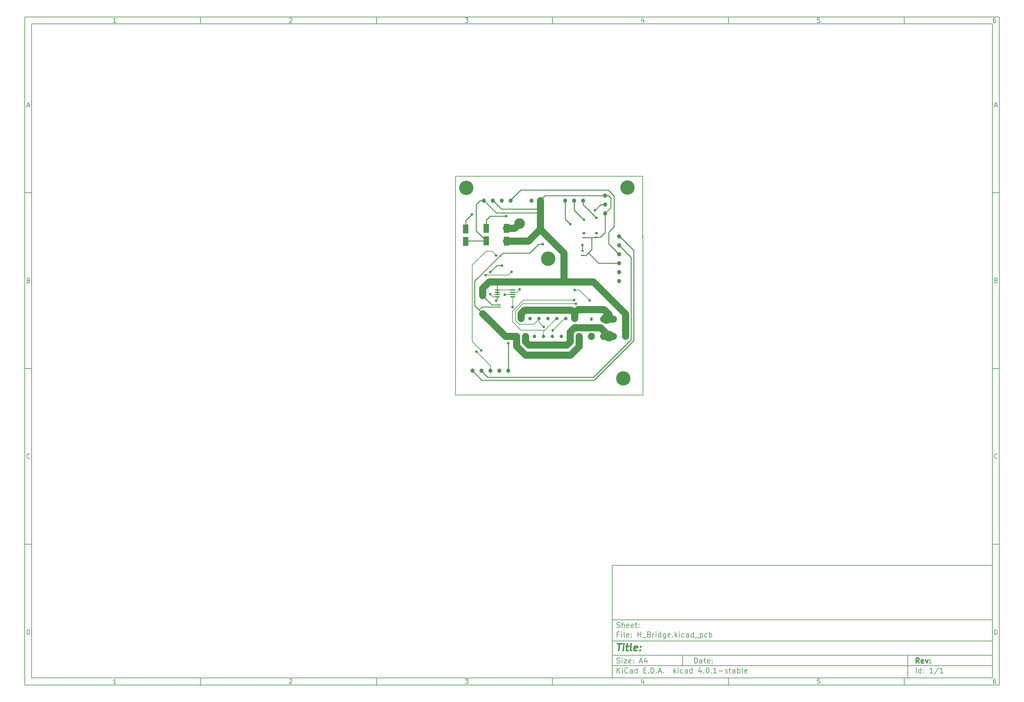
<source format=gbr>
G04 #@! TF.FileFunction,Copper,L1,Top,Signal*
%FSLAX46Y46*%
G04 Gerber Fmt 4.6, Leading zero omitted, Abs format (unit mm)*
G04 Created by KiCad (PCBNEW 4.0.1-stable) date 2/4/2016 7:17:40 PM*
%MOMM*%
G01*
G04 APERTURE LIST*
%ADD10C,0.100000*%
%ADD11C,0.150000*%
%ADD12C,0.300000*%
%ADD13C,0.400000*%
%ADD14C,4.064000*%
%ADD15R,1.600000X2.600000*%
%ADD16R,0.850000X0.450000*%
%ADD17R,0.650000X0.970000*%
%ADD18R,0.600000X0.370000*%
%ADD19C,1.200000*%
%ADD20C,1.900000*%
%ADD21C,1.000000*%
%ADD22R,1.450000X0.400000*%
%ADD23R,1.450000X0.350000*%
%ADD24C,4.100000*%
%ADD25C,0.762000*%
%ADD26C,3.000000*%
%ADD27C,0.250000*%
%ADD28C,2.000000*%
%ADD29C,0.203200*%
G04 APERTURE END LIST*
D10*
D11*
X177002200Y-166007200D02*
X177002200Y-198007200D01*
X285002200Y-198007200D01*
X285002200Y-166007200D01*
X177002200Y-166007200D01*
D10*
D11*
X10000000Y-10000000D02*
X10000000Y-200007200D01*
X287002200Y-200007200D01*
X287002200Y-10000000D01*
X10000000Y-10000000D01*
D10*
D11*
X12000000Y-12000000D02*
X12000000Y-198007200D01*
X285002200Y-198007200D01*
X285002200Y-12000000D01*
X12000000Y-12000000D01*
D10*
D11*
X60000000Y-12000000D02*
X60000000Y-10000000D01*
D10*
D11*
X110000000Y-12000000D02*
X110000000Y-10000000D01*
D10*
D11*
X160000000Y-12000000D02*
X160000000Y-10000000D01*
D10*
D11*
X210000000Y-12000000D02*
X210000000Y-10000000D01*
D10*
D11*
X260000000Y-12000000D02*
X260000000Y-10000000D01*
D10*
D11*
X35990476Y-11588095D02*
X35247619Y-11588095D01*
X35619048Y-11588095D02*
X35619048Y-10288095D01*
X35495238Y-10473810D01*
X35371429Y-10597619D01*
X35247619Y-10659524D01*
D10*
D11*
X85247619Y-10411905D02*
X85309524Y-10350000D01*
X85433333Y-10288095D01*
X85742857Y-10288095D01*
X85866667Y-10350000D01*
X85928571Y-10411905D01*
X85990476Y-10535714D01*
X85990476Y-10659524D01*
X85928571Y-10845238D01*
X85185714Y-11588095D01*
X85990476Y-11588095D01*
D10*
D11*
X135185714Y-10288095D02*
X135990476Y-10288095D01*
X135557143Y-10783333D01*
X135742857Y-10783333D01*
X135866667Y-10845238D01*
X135928571Y-10907143D01*
X135990476Y-11030952D01*
X135990476Y-11340476D01*
X135928571Y-11464286D01*
X135866667Y-11526190D01*
X135742857Y-11588095D01*
X135371429Y-11588095D01*
X135247619Y-11526190D01*
X135185714Y-11464286D01*
D10*
D11*
X185866667Y-10721429D02*
X185866667Y-11588095D01*
X185557143Y-10226190D02*
X185247619Y-11154762D01*
X186052381Y-11154762D01*
D10*
D11*
X235928571Y-10288095D02*
X235309524Y-10288095D01*
X235247619Y-10907143D01*
X235309524Y-10845238D01*
X235433333Y-10783333D01*
X235742857Y-10783333D01*
X235866667Y-10845238D01*
X235928571Y-10907143D01*
X235990476Y-11030952D01*
X235990476Y-11340476D01*
X235928571Y-11464286D01*
X235866667Y-11526190D01*
X235742857Y-11588095D01*
X235433333Y-11588095D01*
X235309524Y-11526190D01*
X235247619Y-11464286D01*
D10*
D11*
X285866667Y-10288095D02*
X285619048Y-10288095D01*
X285495238Y-10350000D01*
X285433333Y-10411905D01*
X285309524Y-10597619D01*
X285247619Y-10845238D01*
X285247619Y-11340476D01*
X285309524Y-11464286D01*
X285371429Y-11526190D01*
X285495238Y-11588095D01*
X285742857Y-11588095D01*
X285866667Y-11526190D01*
X285928571Y-11464286D01*
X285990476Y-11340476D01*
X285990476Y-11030952D01*
X285928571Y-10907143D01*
X285866667Y-10845238D01*
X285742857Y-10783333D01*
X285495238Y-10783333D01*
X285371429Y-10845238D01*
X285309524Y-10907143D01*
X285247619Y-11030952D01*
D10*
D11*
X60000000Y-198007200D02*
X60000000Y-200007200D01*
D10*
D11*
X110000000Y-198007200D02*
X110000000Y-200007200D01*
D10*
D11*
X160000000Y-198007200D02*
X160000000Y-200007200D01*
D10*
D11*
X210000000Y-198007200D02*
X210000000Y-200007200D01*
D10*
D11*
X260000000Y-198007200D02*
X260000000Y-200007200D01*
D10*
D11*
X35990476Y-199595295D02*
X35247619Y-199595295D01*
X35619048Y-199595295D02*
X35619048Y-198295295D01*
X35495238Y-198481010D01*
X35371429Y-198604819D01*
X35247619Y-198666724D01*
D10*
D11*
X85247619Y-198419105D02*
X85309524Y-198357200D01*
X85433333Y-198295295D01*
X85742857Y-198295295D01*
X85866667Y-198357200D01*
X85928571Y-198419105D01*
X85990476Y-198542914D01*
X85990476Y-198666724D01*
X85928571Y-198852438D01*
X85185714Y-199595295D01*
X85990476Y-199595295D01*
D10*
D11*
X135185714Y-198295295D02*
X135990476Y-198295295D01*
X135557143Y-198790533D01*
X135742857Y-198790533D01*
X135866667Y-198852438D01*
X135928571Y-198914343D01*
X135990476Y-199038152D01*
X135990476Y-199347676D01*
X135928571Y-199471486D01*
X135866667Y-199533390D01*
X135742857Y-199595295D01*
X135371429Y-199595295D01*
X135247619Y-199533390D01*
X135185714Y-199471486D01*
D10*
D11*
X185866667Y-198728629D02*
X185866667Y-199595295D01*
X185557143Y-198233390D02*
X185247619Y-199161962D01*
X186052381Y-199161962D01*
D10*
D11*
X235928571Y-198295295D02*
X235309524Y-198295295D01*
X235247619Y-198914343D01*
X235309524Y-198852438D01*
X235433333Y-198790533D01*
X235742857Y-198790533D01*
X235866667Y-198852438D01*
X235928571Y-198914343D01*
X235990476Y-199038152D01*
X235990476Y-199347676D01*
X235928571Y-199471486D01*
X235866667Y-199533390D01*
X235742857Y-199595295D01*
X235433333Y-199595295D01*
X235309524Y-199533390D01*
X235247619Y-199471486D01*
D10*
D11*
X285866667Y-198295295D02*
X285619048Y-198295295D01*
X285495238Y-198357200D01*
X285433333Y-198419105D01*
X285309524Y-198604819D01*
X285247619Y-198852438D01*
X285247619Y-199347676D01*
X285309524Y-199471486D01*
X285371429Y-199533390D01*
X285495238Y-199595295D01*
X285742857Y-199595295D01*
X285866667Y-199533390D01*
X285928571Y-199471486D01*
X285990476Y-199347676D01*
X285990476Y-199038152D01*
X285928571Y-198914343D01*
X285866667Y-198852438D01*
X285742857Y-198790533D01*
X285495238Y-198790533D01*
X285371429Y-198852438D01*
X285309524Y-198914343D01*
X285247619Y-199038152D01*
D10*
D11*
X10000000Y-60000000D02*
X12000000Y-60000000D01*
D10*
D11*
X10000000Y-110000000D02*
X12000000Y-110000000D01*
D10*
D11*
X10000000Y-160000000D02*
X12000000Y-160000000D01*
D10*
D11*
X10690476Y-35216667D02*
X11309524Y-35216667D01*
X10566667Y-35588095D02*
X11000000Y-34288095D01*
X11433333Y-35588095D01*
D10*
D11*
X11092857Y-84907143D02*
X11278571Y-84969048D01*
X11340476Y-85030952D01*
X11402381Y-85154762D01*
X11402381Y-85340476D01*
X11340476Y-85464286D01*
X11278571Y-85526190D01*
X11154762Y-85588095D01*
X10659524Y-85588095D01*
X10659524Y-84288095D01*
X11092857Y-84288095D01*
X11216667Y-84350000D01*
X11278571Y-84411905D01*
X11340476Y-84535714D01*
X11340476Y-84659524D01*
X11278571Y-84783333D01*
X11216667Y-84845238D01*
X11092857Y-84907143D01*
X10659524Y-84907143D01*
D10*
D11*
X11402381Y-135464286D02*
X11340476Y-135526190D01*
X11154762Y-135588095D01*
X11030952Y-135588095D01*
X10845238Y-135526190D01*
X10721429Y-135402381D01*
X10659524Y-135278571D01*
X10597619Y-135030952D01*
X10597619Y-134845238D01*
X10659524Y-134597619D01*
X10721429Y-134473810D01*
X10845238Y-134350000D01*
X11030952Y-134288095D01*
X11154762Y-134288095D01*
X11340476Y-134350000D01*
X11402381Y-134411905D01*
D10*
D11*
X10659524Y-185588095D02*
X10659524Y-184288095D01*
X10969048Y-184288095D01*
X11154762Y-184350000D01*
X11278571Y-184473810D01*
X11340476Y-184597619D01*
X11402381Y-184845238D01*
X11402381Y-185030952D01*
X11340476Y-185278571D01*
X11278571Y-185402381D01*
X11154762Y-185526190D01*
X10969048Y-185588095D01*
X10659524Y-185588095D01*
D10*
D11*
X287002200Y-60000000D02*
X285002200Y-60000000D01*
D10*
D11*
X287002200Y-110000000D02*
X285002200Y-110000000D01*
D10*
D11*
X287002200Y-160000000D02*
X285002200Y-160000000D01*
D10*
D11*
X285692676Y-35216667D02*
X286311724Y-35216667D01*
X285568867Y-35588095D02*
X286002200Y-34288095D01*
X286435533Y-35588095D01*
D10*
D11*
X286095057Y-84907143D02*
X286280771Y-84969048D01*
X286342676Y-85030952D01*
X286404581Y-85154762D01*
X286404581Y-85340476D01*
X286342676Y-85464286D01*
X286280771Y-85526190D01*
X286156962Y-85588095D01*
X285661724Y-85588095D01*
X285661724Y-84288095D01*
X286095057Y-84288095D01*
X286218867Y-84350000D01*
X286280771Y-84411905D01*
X286342676Y-84535714D01*
X286342676Y-84659524D01*
X286280771Y-84783333D01*
X286218867Y-84845238D01*
X286095057Y-84907143D01*
X285661724Y-84907143D01*
D10*
D11*
X286404581Y-135464286D02*
X286342676Y-135526190D01*
X286156962Y-135588095D01*
X286033152Y-135588095D01*
X285847438Y-135526190D01*
X285723629Y-135402381D01*
X285661724Y-135278571D01*
X285599819Y-135030952D01*
X285599819Y-134845238D01*
X285661724Y-134597619D01*
X285723629Y-134473810D01*
X285847438Y-134350000D01*
X286033152Y-134288095D01*
X286156962Y-134288095D01*
X286342676Y-134350000D01*
X286404581Y-134411905D01*
D10*
D11*
X285661724Y-185588095D02*
X285661724Y-184288095D01*
X285971248Y-184288095D01*
X286156962Y-184350000D01*
X286280771Y-184473810D01*
X286342676Y-184597619D01*
X286404581Y-184845238D01*
X286404581Y-185030952D01*
X286342676Y-185278571D01*
X286280771Y-185402381D01*
X286156962Y-185526190D01*
X285971248Y-185588095D01*
X285661724Y-185588095D01*
D10*
D11*
X200359343Y-193785771D02*
X200359343Y-192285771D01*
X200716486Y-192285771D01*
X200930771Y-192357200D01*
X201073629Y-192500057D01*
X201145057Y-192642914D01*
X201216486Y-192928629D01*
X201216486Y-193142914D01*
X201145057Y-193428629D01*
X201073629Y-193571486D01*
X200930771Y-193714343D01*
X200716486Y-193785771D01*
X200359343Y-193785771D01*
X202502200Y-193785771D02*
X202502200Y-193000057D01*
X202430771Y-192857200D01*
X202287914Y-192785771D01*
X202002200Y-192785771D01*
X201859343Y-192857200D01*
X202502200Y-193714343D02*
X202359343Y-193785771D01*
X202002200Y-193785771D01*
X201859343Y-193714343D01*
X201787914Y-193571486D01*
X201787914Y-193428629D01*
X201859343Y-193285771D01*
X202002200Y-193214343D01*
X202359343Y-193214343D01*
X202502200Y-193142914D01*
X203002200Y-192785771D02*
X203573629Y-192785771D01*
X203216486Y-192285771D02*
X203216486Y-193571486D01*
X203287914Y-193714343D01*
X203430772Y-193785771D01*
X203573629Y-193785771D01*
X204645057Y-193714343D02*
X204502200Y-193785771D01*
X204216486Y-193785771D01*
X204073629Y-193714343D01*
X204002200Y-193571486D01*
X204002200Y-193000057D01*
X204073629Y-192857200D01*
X204216486Y-192785771D01*
X204502200Y-192785771D01*
X204645057Y-192857200D01*
X204716486Y-193000057D01*
X204716486Y-193142914D01*
X204002200Y-193285771D01*
X205359343Y-193642914D02*
X205430771Y-193714343D01*
X205359343Y-193785771D01*
X205287914Y-193714343D01*
X205359343Y-193642914D01*
X205359343Y-193785771D01*
X205359343Y-192857200D02*
X205430771Y-192928629D01*
X205359343Y-193000057D01*
X205287914Y-192928629D01*
X205359343Y-192857200D01*
X205359343Y-193000057D01*
D10*
D11*
X177002200Y-194507200D02*
X285002200Y-194507200D01*
D10*
D11*
X178359343Y-196585771D02*
X178359343Y-195085771D01*
X179216486Y-196585771D02*
X178573629Y-195728629D01*
X179216486Y-195085771D02*
X178359343Y-195942914D01*
X179859343Y-196585771D02*
X179859343Y-195585771D01*
X179859343Y-195085771D02*
X179787914Y-195157200D01*
X179859343Y-195228629D01*
X179930771Y-195157200D01*
X179859343Y-195085771D01*
X179859343Y-195228629D01*
X181430772Y-196442914D02*
X181359343Y-196514343D01*
X181145057Y-196585771D01*
X181002200Y-196585771D01*
X180787915Y-196514343D01*
X180645057Y-196371486D01*
X180573629Y-196228629D01*
X180502200Y-195942914D01*
X180502200Y-195728629D01*
X180573629Y-195442914D01*
X180645057Y-195300057D01*
X180787915Y-195157200D01*
X181002200Y-195085771D01*
X181145057Y-195085771D01*
X181359343Y-195157200D01*
X181430772Y-195228629D01*
X182716486Y-196585771D02*
X182716486Y-195800057D01*
X182645057Y-195657200D01*
X182502200Y-195585771D01*
X182216486Y-195585771D01*
X182073629Y-195657200D01*
X182716486Y-196514343D02*
X182573629Y-196585771D01*
X182216486Y-196585771D01*
X182073629Y-196514343D01*
X182002200Y-196371486D01*
X182002200Y-196228629D01*
X182073629Y-196085771D01*
X182216486Y-196014343D01*
X182573629Y-196014343D01*
X182716486Y-195942914D01*
X184073629Y-196585771D02*
X184073629Y-195085771D01*
X184073629Y-196514343D02*
X183930772Y-196585771D01*
X183645058Y-196585771D01*
X183502200Y-196514343D01*
X183430772Y-196442914D01*
X183359343Y-196300057D01*
X183359343Y-195871486D01*
X183430772Y-195728629D01*
X183502200Y-195657200D01*
X183645058Y-195585771D01*
X183930772Y-195585771D01*
X184073629Y-195657200D01*
X185930772Y-195800057D02*
X186430772Y-195800057D01*
X186645058Y-196585771D02*
X185930772Y-196585771D01*
X185930772Y-195085771D01*
X186645058Y-195085771D01*
X187287915Y-196442914D02*
X187359343Y-196514343D01*
X187287915Y-196585771D01*
X187216486Y-196514343D01*
X187287915Y-196442914D01*
X187287915Y-196585771D01*
X188002201Y-196585771D02*
X188002201Y-195085771D01*
X188359344Y-195085771D01*
X188573629Y-195157200D01*
X188716487Y-195300057D01*
X188787915Y-195442914D01*
X188859344Y-195728629D01*
X188859344Y-195942914D01*
X188787915Y-196228629D01*
X188716487Y-196371486D01*
X188573629Y-196514343D01*
X188359344Y-196585771D01*
X188002201Y-196585771D01*
X189502201Y-196442914D02*
X189573629Y-196514343D01*
X189502201Y-196585771D01*
X189430772Y-196514343D01*
X189502201Y-196442914D01*
X189502201Y-196585771D01*
X190145058Y-196157200D02*
X190859344Y-196157200D01*
X190002201Y-196585771D02*
X190502201Y-195085771D01*
X191002201Y-196585771D01*
X191502201Y-196442914D02*
X191573629Y-196514343D01*
X191502201Y-196585771D01*
X191430772Y-196514343D01*
X191502201Y-196442914D01*
X191502201Y-196585771D01*
X194502201Y-196585771D02*
X194502201Y-195085771D01*
X194645058Y-196014343D02*
X195073629Y-196585771D01*
X195073629Y-195585771D02*
X194502201Y-196157200D01*
X195716487Y-196585771D02*
X195716487Y-195585771D01*
X195716487Y-195085771D02*
X195645058Y-195157200D01*
X195716487Y-195228629D01*
X195787915Y-195157200D01*
X195716487Y-195085771D01*
X195716487Y-195228629D01*
X197073630Y-196514343D02*
X196930773Y-196585771D01*
X196645059Y-196585771D01*
X196502201Y-196514343D01*
X196430773Y-196442914D01*
X196359344Y-196300057D01*
X196359344Y-195871486D01*
X196430773Y-195728629D01*
X196502201Y-195657200D01*
X196645059Y-195585771D01*
X196930773Y-195585771D01*
X197073630Y-195657200D01*
X198359344Y-196585771D02*
X198359344Y-195800057D01*
X198287915Y-195657200D01*
X198145058Y-195585771D01*
X197859344Y-195585771D01*
X197716487Y-195657200D01*
X198359344Y-196514343D02*
X198216487Y-196585771D01*
X197859344Y-196585771D01*
X197716487Y-196514343D01*
X197645058Y-196371486D01*
X197645058Y-196228629D01*
X197716487Y-196085771D01*
X197859344Y-196014343D01*
X198216487Y-196014343D01*
X198359344Y-195942914D01*
X199716487Y-196585771D02*
X199716487Y-195085771D01*
X199716487Y-196514343D02*
X199573630Y-196585771D01*
X199287916Y-196585771D01*
X199145058Y-196514343D01*
X199073630Y-196442914D01*
X199002201Y-196300057D01*
X199002201Y-195871486D01*
X199073630Y-195728629D01*
X199145058Y-195657200D01*
X199287916Y-195585771D01*
X199573630Y-195585771D01*
X199716487Y-195657200D01*
X202216487Y-195585771D02*
X202216487Y-196585771D01*
X201859344Y-195014343D02*
X201502201Y-196085771D01*
X202430773Y-196085771D01*
X203002201Y-196442914D02*
X203073629Y-196514343D01*
X203002201Y-196585771D01*
X202930772Y-196514343D01*
X203002201Y-196442914D01*
X203002201Y-196585771D01*
X204002201Y-195085771D02*
X204145058Y-195085771D01*
X204287915Y-195157200D01*
X204359344Y-195228629D01*
X204430773Y-195371486D01*
X204502201Y-195657200D01*
X204502201Y-196014343D01*
X204430773Y-196300057D01*
X204359344Y-196442914D01*
X204287915Y-196514343D01*
X204145058Y-196585771D01*
X204002201Y-196585771D01*
X203859344Y-196514343D01*
X203787915Y-196442914D01*
X203716487Y-196300057D01*
X203645058Y-196014343D01*
X203645058Y-195657200D01*
X203716487Y-195371486D01*
X203787915Y-195228629D01*
X203859344Y-195157200D01*
X204002201Y-195085771D01*
X205145058Y-196442914D02*
X205216486Y-196514343D01*
X205145058Y-196585771D01*
X205073629Y-196514343D01*
X205145058Y-196442914D01*
X205145058Y-196585771D01*
X206645058Y-196585771D02*
X205787915Y-196585771D01*
X206216487Y-196585771D02*
X206216487Y-195085771D01*
X206073630Y-195300057D01*
X205930772Y-195442914D01*
X205787915Y-195514343D01*
X207287915Y-196014343D02*
X208430772Y-196014343D01*
X209073629Y-196514343D02*
X209216486Y-196585771D01*
X209502201Y-196585771D01*
X209645058Y-196514343D01*
X209716486Y-196371486D01*
X209716486Y-196300057D01*
X209645058Y-196157200D01*
X209502201Y-196085771D01*
X209287915Y-196085771D01*
X209145058Y-196014343D01*
X209073629Y-195871486D01*
X209073629Y-195800057D01*
X209145058Y-195657200D01*
X209287915Y-195585771D01*
X209502201Y-195585771D01*
X209645058Y-195657200D01*
X210145058Y-195585771D02*
X210716487Y-195585771D01*
X210359344Y-195085771D02*
X210359344Y-196371486D01*
X210430772Y-196514343D01*
X210573630Y-196585771D01*
X210716487Y-196585771D01*
X211859344Y-196585771D02*
X211859344Y-195800057D01*
X211787915Y-195657200D01*
X211645058Y-195585771D01*
X211359344Y-195585771D01*
X211216487Y-195657200D01*
X211859344Y-196514343D02*
X211716487Y-196585771D01*
X211359344Y-196585771D01*
X211216487Y-196514343D01*
X211145058Y-196371486D01*
X211145058Y-196228629D01*
X211216487Y-196085771D01*
X211359344Y-196014343D01*
X211716487Y-196014343D01*
X211859344Y-195942914D01*
X212573630Y-196585771D02*
X212573630Y-195085771D01*
X212573630Y-195657200D02*
X212716487Y-195585771D01*
X213002201Y-195585771D01*
X213145058Y-195657200D01*
X213216487Y-195728629D01*
X213287916Y-195871486D01*
X213287916Y-196300057D01*
X213216487Y-196442914D01*
X213145058Y-196514343D01*
X213002201Y-196585771D01*
X212716487Y-196585771D01*
X212573630Y-196514343D01*
X214145059Y-196585771D02*
X214002201Y-196514343D01*
X213930773Y-196371486D01*
X213930773Y-195085771D01*
X215287915Y-196514343D02*
X215145058Y-196585771D01*
X214859344Y-196585771D01*
X214716487Y-196514343D01*
X214645058Y-196371486D01*
X214645058Y-195800057D01*
X214716487Y-195657200D01*
X214859344Y-195585771D01*
X215145058Y-195585771D01*
X215287915Y-195657200D01*
X215359344Y-195800057D01*
X215359344Y-195942914D01*
X214645058Y-196085771D01*
D10*
D11*
X177002200Y-191507200D02*
X285002200Y-191507200D01*
D10*
D12*
X264216486Y-193785771D02*
X263716486Y-193071486D01*
X263359343Y-193785771D02*
X263359343Y-192285771D01*
X263930771Y-192285771D01*
X264073629Y-192357200D01*
X264145057Y-192428629D01*
X264216486Y-192571486D01*
X264216486Y-192785771D01*
X264145057Y-192928629D01*
X264073629Y-193000057D01*
X263930771Y-193071486D01*
X263359343Y-193071486D01*
X265430771Y-193714343D02*
X265287914Y-193785771D01*
X265002200Y-193785771D01*
X264859343Y-193714343D01*
X264787914Y-193571486D01*
X264787914Y-193000057D01*
X264859343Y-192857200D01*
X265002200Y-192785771D01*
X265287914Y-192785771D01*
X265430771Y-192857200D01*
X265502200Y-193000057D01*
X265502200Y-193142914D01*
X264787914Y-193285771D01*
X266002200Y-192785771D02*
X266359343Y-193785771D01*
X266716485Y-192785771D01*
X267287914Y-193642914D02*
X267359342Y-193714343D01*
X267287914Y-193785771D01*
X267216485Y-193714343D01*
X267287914Y-193642914D01*
X267287914Y-193785771D01*
X267287914Y-192857200D02*
X267359342Y-192928629D01*
X267287914Y-193000057D01*
X267216485Y-192928629D01*
X267287914Y-192857200D01*
X267287914Y-193000057D01*
D10*
D11*
X178287914Y-193714343D02*
X178502200Y-193785771D01*
X178859343Y-193785771D01*
X179002200Y-193714343D01*
X179073629Y-193642914D01*
X179145057Y-193500057D01*
X179145057Y-193357200D01*
X179073629Y-193214343D01*
X179002200Y-193142914D01*
X178859343Y-193071486D01*
X178573629Y-193000057D01*
X178430771Y-192928629D01*
X178359343Y-192857200D01*
X178287914Y-192714343D01*
X178287914Y-192571486D01*
X178359343Y-192428629D01*
X178430771Y-192357200D01*
X178573629Y-192285771D01*
X178930771Y-192285771D01*
X179145057Y-192357200D01*
X179787914Y-193785771D02*
X179787914Y-192785771D01*
X179787914Y-192285771D02*
X179716485Y-192357200D01*
X179787914Y-192428629D01*
X179859342Y-192357200D01*
X179787914Y-192285771D01*
X179787914Y-192428629D01*
X180359343Y-192785771D02*
X181145057Y-192785771D01*
X180359343Y-193785771D01*
X181145057Y-193785771D01*
X182287914Y-193714343D02*
X182145057Y-193785771D01*
X181859343Y-193785771D01*
X181716486Y-193714343D01*
X181645057Y-193571486D01*
X181645057Y-193000057D01*
X181716486Y-192857200D01*
X181859343Y-192785771D01*
X182145057Y-192785771D01*
X182287914Y-192857200D01*
X182359343Y-193000057D01*
X182359343Y-193142914D01*
X181645057Y-193285771D01*
X183002200Y-193642914D02*
X183073628Y-193714343D01*
X183002200Y-193785771D01*
X182930771Y-193714343D01*
X183002200Y-193642914D01*
X183002200Y-193785771D01*
X183002200Y-192857200D02*
X183073628Y-192928629D01*
X183002200Y-193000057D01*
X182930771Y-192928629D01*
X183002200Y-192857200D01*
X183002200Y-193000057D01*
X184787914Y-193357200D02*
X185502200Y-193357200D01*
X184645057Y-193785771D02*
X185145057Y-192285771D01*
X185645057Y-193785771D01*
X186787914Y-192785771D02*
X186787914Y-193785771D01*
X186430771Y-192214343D02*
X186073628Y-193285771D01*
X187002200Y-193285771D01*
D10*
D11*
X263359343Y-196585771D02*
X263359343Y-195085771D01*
X264716486Y-196585771D02*
X264716486Y-195085771D01*
X264716486Y-196514343D02*
X264573629Y-196585771D01*
X264287915Y-196585771D01*
X264145057Y-196514343D01*
X264073629Y-196442914D01*
X264002200Y-196300057D01*
X264002200Y-195871486D01*
X264073629Y-195728629D01*
X264145057Y-195657200D01*
X264287915Y-195585771D01*
X264573629Y-195585771D01*
X264716486Y-195657200D01*
X265430772Y-196442914D02*
X265502200Y-196514343D01*
X265430772Y-196585771D01*
X265359343Y-196514343D01*
X265430772Y-196442914D01*
X265430772Y-196585771D01*
X265430772Y-195657200D02*
X265502200Y-195728629D01*
X265430772Y-195800057D01*
X265359343Y-195728629D01*
X265430772Y-195657200D01*
X265430772Y-195800057D01*
X268073629Y-196585771D02*
X267216486Y-196585771D01*
X267645058Y-196585771D02*
X267645058Y-195085771D01*
X267502201Y-195300057D01*
X267359343Y-195442914D01*
X267216486Y-195514343D01*
X269787914Y-195014343D02*
X268502200Y-196942914D01*
X271073629Y-196585771D02*
X270216486Y-196585771D01*
X270645058Y-196585771D02*
X270645058Y-195085771D01*
X270502201Y-195300057D01*
X270359343Y-195442914D01*
X270216486Y-195514343D01*
D10*
D11*
X177002200Y-187507200D02*
X285002200Y-187507200D01*
D10*
D13*
X178454581Y-188211962D02*
X179597438Y-188211962D01*
X178776010Y-190211962D02*
X179026010Y-188211962D01*
X180014105Y-190211962D02*
X180180771Y-188878629D01*
X180264105Y-188211962D02*
X180156962Y-188307200D01*
X180240295Y-188402438D01*
X180347439Y-188307200D01*
X180264105Y-188211962D01*
X180240295Y-188402438D01*
X180847438Y-188878629D02*
X181609343Y-188878629D01*
X181216486Y-188211962D02*
X181002200Y-189926248D01*
X181073630Y-190116724D01*
X181252201Y-190211962D01*
X181442677Y-190211962D01*
X182395058Y-190211962D02*
X182216487Y-190116724D01*
X182145057Y-189926248D01*
X182359343Y-188211962D01*
X183930772Y-190116724D02*
X183728391Y-190211962D01*
X183347439Y-190211962D01*
X183168867Y-190116724D01*
X183097438Y-189926248D01*
X183192676Y-189164343D01*
X183311724Y-188973867D01*
X183514105Y-188878629D01*
X183895057Y-188878629D01*
X184073629Y-188973867D01*
X184145057Y-189164343D01*
X184121248Y-189354819D01*
X183145057Y-189545295D01*
X184895057Y-190021486D02*
X184978392Y-190116724D01*
X184871248Y-190211962D01*
X184787915Y-190116724D01*
X184895057Y-190021486D01*
X184871248Y-190211962D01*
X185026010Y-188973867D02*
X185109344Y-189069105D01*
X185002200Y-189164343D01*
X184918867Y-189069105D01*
X185026010Y-188973867D01*
X185002200Y-189164343D01*
D10*
D11*
X178859343Y-185600057D02*
X178359343Y-185600057D01*
X178359343Y-186385771D02*
X178359343Y-184885771D01*
X179073629Y-184885771D01*
X179645057Y-186385771D02*
X179645057Y-185385771D01*
X179645057Y-184885771D02*
X179573628Y-184957200D01*
X179645057Y-185028629D01*
X179716485Y-184957200D01*
X179645057Y-184885771D01*
X179645057Y-185028629D01*
X180573629Y-186385771D02*
X180430771Y-186314343D01*
X180359343Y-186171486D01*
X180359343Y-184885771D01*
X181716485Y-186314343D02*
X181573628Y-186385771D01*
X181287914Y-186385771D01*
X181145057Y-186314343D01*
X181073628Y-186171486D01*
X181073628Y-185600057D01*
X181145057Y-185457200D01*
X181287914Y-185385771D01*
X181573628Y-185385771D01*
X181716485Y-185457200D01*
X181787914Y-185600057D01*
X181787914Y-185742914D01*
X181073628Y-185885771D01*
X182430771Y-186242914D02*
X182502199Y-186314343D01*
X182430771Y-186385771D01*
X182359342Y-186314343D01*
X182430771Y-186242914D01*
X182430771Y-186385771D01*
X182430771Y-185457200D02*
X182502199Y-185528629D01*
X182430771Y-185600057D01*
X182359342Y-185528629D01*
X182430771Y-185457200D01*
X182430771Y-185600057D01*
X184287914Y-186385771D02*
X184287914Y-184885771D01*
X184287914Y-185600057D02*
X185145057Y-185600057D01*
X185145057Y-186385771D02*
X185145057Y-184885771D01*
X185502200Y-186528629D02*
X186645057Y-186528629D01*
X187502200Y-185600057D02*
X187716486Y-185671486D01*
X187787914Y-185742914D01*
X187859343Y-185885771D01*
X187859343Y-186100057D01*
X187787914Y-186242914D01*
X187716486Y-186314343D01*
X187573628Y-186385771D01*
X187002200Y-186385771D01*
X187002200Y-184885771D01*
X187502200Y-184885771D01*
X187645057Y-184957200D01*
X187716486Y-185028629D01*
X187787914Y-185171486D01*
X187787914Y-185314343D01*
X187716486Y-185457200D01*
X187645057Y-185528629D01*
X187502200Y-185600057D01*
X187002200Y-185600057D01*
X188502200Y-186385771D02*
X188502200Y-185385771D01*
X188502200Y-185671486D02*
X188573628Y-185528629D01*
X188645057Y-185457200D01*
X188787914Y-185385771D01*
X188930771Y-185385771D01*
X189430771Y-186385771D02*
X189430771Y-185385771D01*
X189430771Y-184885771D02*
X189359342Y-184957200D01*
X189430771Y-185028629D01*
X189502199Y-184957200D01*
X189430771Y-184885771D01*
X189430771Y-185028629D01*
X190787914Y-186385771D02*
X190787914Y-184885771D01*
X190787914Y-186314343D02*
X190645057Y-186385771D01*
X190359343Y-186385771D01*
X190216485Y-186314343D01*
X190145057Y-186242914D01*
X190073628Y-186100057D01*
X190073628Y-185671486D01*
X190145057Y-185528629D01*
X190216485Y-185457200D01*
X190359343Y-185385771D01*
X190645057Y-185385771D01*
X190787914Y-185457200D01*
X192145057Y-185385771D02*
X192145057Y-186600057D01*
X192073628Y-186742914D01*
X192002200Y-186814343D01*
X191859343Y-186885771D01*
X191645057Y-186885771D01*
X191502200Y-186814343D01*
X192145057Y-186314343D02*
X192002200Y-186385771D01*
X191716486Y-186385771D01*
X191573628Y-186314343D01*
X191502200Y-186242914D01*
X191430771Y-186100057D01*
X191430771Y-185671486D01*
X191502200Y-185528629D01*
X191573628Y-185457200D01*
X191716486Y-185385771D01*
X192002200Y-185385771D01*
X192145057Y-185457200D01*
X193430771Y-186314343D02*
X193287914Y-186385771D01*
X193002200Y-186385771D01*
X192859343Y-186314343D01*
X192787914Y-186171486D01*
X192787914Y-185600057D01*
X192859343Y-185457200D01*
X193002200Y-185385771D01*
X193287914Y-185385771D01*
X193430771Y-185457200D01*
X193502200Y-185600057D01*
X193502200Y-185742914D01*
X192787914Y-185885771D01*
X194145057Y-186242914D02*
X194216485Y-186314343D01*
X194145057Y-186385771D01*
X194073628Y-186314343D01*
X194145057Y-186242914D01*
X194145057Y-186385771D01*
X194859343Y-186385771D02*
X194859343Y-184885771D01*
X195002200Y-185814343D02*
X195430771Y-186385771D01*
X195430771Y-185385771D02*
X194859343Y-185957200D01*
X196073629Y-186385771D02*
X196073629Y-185385771D01*
X196073629Y-184885771D02*
X196002200Y-184957200D01*
X196073629Y-185028629D01*
X196145057Y-184957200D01*
X196073629Y-184885771D01*
X196073629Y-185028629D01*
X197430772Y-186314343D02*
X197287915Y-186385771D01*
X197002201Y-186385771D01*
X196859343Y-186314343D01*
X196787915Y-186242914D01*
X196716486Y-186100057D01*
X196716486Y-185671486D01*
X196787915Y-185528629D01*
X196859343Y-185457200D01*
X197002201Y-185385771D01*
X197287915Y-185385771D01*
X197430772Y-185457200D01*
X198716486Y-186385771D02*
X198716486Y-185600057D01*
X198645057Y-185457200D01*
X198502200Y-185385771D01*
X198216486Y-185385771D01*
X198073629Y-185457200D01*
X198716486Y-186314343D02*
X198573629Y-186385771D01*
X198216486Y-186385771D01*
X198073629Y-186314343D01*
X198002200Y-186171486D01*
X198002200Y-186028629D01*
X198073629Y-185885771D01*
X198216486Y-185814343D01*
X198573629Y-185814343D01*
X198716486Y-185742914D01*
X200073629Y-186385771D02*
X200073629Y-184885771D01*
X200073629Y-186314343D02*
X199930772Y-186385771D01*
X199645058Y-186385771D01*
X199502200Y-186314343D01*
X199430772Y-186242914D01*
X199359343Y-186100057D01*
X199359343Y-185671486D01*
X199430772Y-185528629D01*
X199502200Y-185457200D01*
X199645058Y-185385771D01*
X199930772Y-185385771D01*
X200073629Y-185457200D01*
X200430772Y-186528629D02*
X201573629Y-186528629D01*
X201930772Y-185385771D02*
X201930772Y-186885771D01*
X201930772Y-185457200D02*
X202073629Y-185385771D01*
X202359343Y-185385771D01*
X202502200Y-185457200D01*
X202573629Y-185528629D01*
X202645058Y-185671486D01*
X202645058Y-186100057D01*
X202573629Y-186242914D01*
X202502200Y-186314343D01*
X202359343Y-186385771D01*
X202073629Y-186385771D01*
X201930772Y-186314343D01*
X203930772Y-186314343D02*
X203787915Y-186385771D01*
X203502201Y-186385771D01*
X203359343Y-186314343D01*
X203287915Y-186242914D01*
X203216486Y-186100057D01*
X203216486Y-185671486D01*
X203287915Y-185528629D01*
X203359343Y-185457200D01*
X203502201Y-185385771D01*
X203787915Y-185385771D01*
X203930772Y-185457200D01*
X204573629Y-186385771D02*
X204573629Y-184885771D01*
X204573629Y-185457200D02*
X204716486Y-185385771D01*
X205002200Y-185385771D01*
X205145057Y-185457200D01*
X205216486Y-185528629D01*
X205287915Y-185671486D01*
X205287915Y-186100057D01*
X205216486Y-186242914D01*
X205145057Y-186314343D01*
X205002200Y-186385771D01*
X204716486Y-186385771D01*
X204573629Y-186314343D01*
D10*
D11*
X177002200Y-181507200D02*
X285002200Y-181507200D01*
D10*
D11*
X178287914Y-183614343D02*
X178502200Y-183685771D01*
X178859343Y-183685771D01*
X179002200Y-183614343D01*
X179073629Y-183542914D01*
X179145057Y-183400057D01*
X179145057Y-183257200D01*
X179073629Y-183114343D01*
X179002200Y-183042914D01*
X178859343Y-182971486D01*
X178573629Y-182900057D01*
X178430771Y-182828629D01*
X178359343Y-182757200D01*
X178287914Y-182614343D01*
X178287914Y-182471486D01*
X178359343Y-182328629D01*
X178430771Y-182257200D01*
X178573629Y-182185771D01*
X178930771Y-182185771D01*
X179145057Y-182257200D01*
X179787914Y-183685771D02*
X179787914Y-182185771D01*
X180430771Y-183685771D02*
X180430771Y-182900057D01*
X180359342Y-182757200D01*
X180216485Y-182685771D01*
X180002200Y-182685771D01*
X179859342Y-182757200D01*
X179787914Y-182828629D01*
X181716485Y-183614343D02*
X181573628Y-183685771D01*
X181287914Y-183685771D01*
X181145057Y-183614343D01*
X181073628Y-183471486D01*
X181073628Y-182900057D01*
X181145057Y-182757200D01*
X181287914Y-182685771D01*
X181573628Y-182685771D01*
X181716485Y-182757200D01*
X181787914Y-182900057D01*
X181787914Y-183042914D01*
X181073628Y-183185771D01*
X183002199Y-183614343D02*
X182859342Y-183685771D01*
X182573628Y-183685771D01*
X182430771Y-183614343D01*
X182359342Y-183471486D01*
X182359342Y-182900057D01*
X182430771Y-182757200D01*
X182573628Y-182685771D01*
X182859342Y-182685771D01*
X183002199Y-182757200D01*
X183073628Y-182900057D01*
X183073628Y-183042914D01*
X182359342Y-183185771D01*
X183502199Y-182685771D02*
X184073628Y-182685771D01*
X183716485Y-182185771D02*
X183716485Y-183471486D01*
X183787913Y-183614343D01*
X183930771Y-183685771D01*
X184073628Y-183685771D01*
X184573628Y-183542914D02*
X184645056Y-183614343D01*
X184573628Y-183685771D01*
X184502199Y-183614343D01*
X184573628Y-183542914D01*
X184573628Y-183685771D01*
X184573628Y-182757200D02*
X184645056Y-182828629D01*
X184573628Y-182900057D01*
X184502199Y-182828629D01*
X184573628Y-182757200D01*
X184573628Y-182900057D01*
D10*
D11*
X197002200Y-191507200D02*
X197002200Y-194507200D01*
D10*
D11*
X261002200Y-191507200D02*
X261002200Y-198007200D01*
X185670000Y-117570000D02*
X185670000Y-72200000D01*
X132440000Y-117570000D02*
X185670000Y-117570000D01*
X132440000Y-55320000D02*
X132440000Y-117570000D01*
X133830000Y-55320000D02*
X132440000Y-55320000D01*
X185620000Y-55320000D02*
X133830000Y-55320000D01*
X185620000Y-55930000D02*
X185620000Y-55320000D01*
X185620000Y-57070000D02*
X185620000Y-55930000D01*
X185620000Y-58050000D02*
X185620000Y-57070000D01*
X185620000Y-72900000D02*
X185620000Y-58050000D01*
D14*
X135520000Y-58590000D03*
X181340000Y-58530000D03*
D15*
X141180000Y-70100000D03*
X141180000Y-73700000D03*
X135310000Y-70270000D03*
X135310000Y-73870000D03*
X146960000Y-70160000D03*
X146960000Y-73760000D03*
D16*
X168520000Y-77800000D03*
X168520000Y-76600000D03*
X168910000Y-72730000D03*
X168910000Y-71530000D03*
X172500000Y-72660000D03*
X172500000Y-71460000D03*
D17*
X171050000Y-95920000D03*
X174530000Y-95920000D03*
X171050000Y-100860000D03*
X174530000Y-100860000D03*
X177310000Y-95920000D03*
X180790000Y-95920000D03*
X177310000Y-100860000D03*
X180790000Y-100860000D03*
D18*
X145000000Y-92520000D03*
X145000000Y-91870000D03*
D19*
X163600000Y-62220000D03*
X166140000Y-62220000D03*
X168680000Y-62220000D03*
X154060000Y-62230000D03*
X156600000Y-62230000D03*
X148110000Y-62230000D03*
X145570000Y-62230000D03*
X143030000Y-62230000D03*
X140490000Y-62230000D03*
X178930000Y-85110000D03*
X178930000Y-82570000D03*
X178930000Y-80030000D03*
X178930000Y-77490000D03*
X178930000Y-74950000D03*
X178930000Y-72410000D03*
X174960000Y-65870000D03*
X174960000Y-63330000D03*
X174960000Y-60790000D03*
X147410000Y-110640000D03*
X144870000Y-110640000D03*
X142330000Y-110640000D03*
X139790000Y-110640000D03*
X137250000Y-110640000D03*
D20*
X140190000Y-94390000D03*
X140190000Y-89290000D03*
D21*
X149800000Y-100900000D03*
X151070000Y-95820000D03*
X152340000Y-100900000D03*
X153610000Y-95820000D03*
X154880000Y-100900000D03*
X156150000Y-95820000D03*
X157420000Y-100900000D03*
X158690000Y-95820000D03*
X159960000Y-100900000D03*
X161230000Y-95820000D03*
X162500000Y-100900000D03*
X163770000Y-95820000D03*
X165040000Y-100900000D03*
X166310000Y-95820000D03*
X167580000Y-100900000D03*
D22*
X148730000Y-89610000D03*
X148730000Y-88960000D03*
X148730000Y-88310000D03*
X148730000Y-87660000D03*
X144330000Y-87660000D03*
X144330000Y-88310000D03*
D23*
X144330000Y-88960000D03*
X144330000Y-89610000D03*
D24*
X158760000Y-78770000D03*
D14*
X180160000Y-112820000D03*
D25*
X149530000Y-85330000D03*
X168490000Y-74900000D03*
X168900000Y-71470000D03*
X172500000Y-71460000D03*
X171050000Y-95920000D03*
X171100000Y-100810000D03*
D26*
X150650000Y-68770000D03*
X175370000Y-95820000D03*
X176020000Y-100750000D03*
D25*
X160050000Y-99170000D03*
X166330000Y-87650000D03*
X170570000Y-90610000D03*
X165050000Y-68920000D03*
X166160000Y-90550000D03*
X168900000Y-67700000D03*
X157490000Y-98120000D03*
X166680000Y-91560000D03*
X172490000Y-67150000D03*
X172110000Y-64990000D03*
X157250000Y-74660000D03*
X143960000Y-90680000D03*
X142270000Y-82620000D03*
X145650000Y-80690000D03*
X137070000Y-66190000D03*
X142280000Y-88820000D03*
X138360000Y-105170000D03*
X141040000Y-83410000D03*
X148360000Y-82500000D03*
X150690000Y-87480000D03*
X139710000Y-104810000D03*
X143990000Y-77810000D03*
X146450000Y-89000000D03*
X147410000Y-102790000D03*
X148620000Y-92580000D03*
X146850000Y-66680000D03*
D27*
X144330000Y-87660000D02*
X144330000Y-85400000D01*
X144330000Y-85400000D02*
X144310000Y-85380000D01*
X144330000Y-88310000D02*
X144330000Y-87660000D01*
X144330000Y-88960000D02*
X144330000Y-88310000D01*
X178930000Y-80030000D02*
X173120000Y-80030000D01*
X173120000Y-80030000D02*
X170180000Y-77090000D01*
X145000000Y-91870000D02*
X142770000Y-91870000D01*
X142770000Y-91870000D02*
X140190000Y-89290000D01*
X149530000Y-85380000D02*
X149470000Y-85380000D01*
X149530000Y-85330000D02*
X149530000Y-85380000D01*
X138260000Y-70780000D02*
X141180000Y-73700000D01*
X138260000Y-63360000D02*
X138260000Y-70780000D01*
X139390000Y-62230000D02*
X138260000Y-63360000D01*
X140490000Y-62230000D02*
X139390000Y-62230000D01*
X141180000Y-73700000D02*
X135480000Y-73700000D01*
X135480000Y-73700000D02*
X135310000Y-73870000D01*
X172500000Y-72660000D02*
X173600000Y-72660000D01*
X174960000Y-71300000D02*
X174960000Y-65870000D01*
X173600000Y-72660000D02*
X174960000Y-71300000D01*
X168520000Y-77800000D02*
X169470000Y-77800000D01*
X171130000Y-76140000D02*
X171130000Y-72730000D01*
X169470000Y-77800000D02*
X170180000Y-77090000D01*
X170180000Y-77090000D02*
X171130000Y-76140000D01*
X168910000Y-72730000D02*
X171130000Y-72730000D01*
X171130000Y-72730000D02*
X172430000Y-72730000D01*
X172430000Y-72730000D02*
X172500000Y-72660000D01*
D28*
X146960000Y-73760000D02*
X153200000Y-73760000D01*
X156510000Y-70450000D02*
X156600000Y-70450000D01*
X153200000Y-73760000D02*
X156510000Y-70450000D01*
D27*
X174960000Y-60790000D02*
X175890000Y-60790000D01*
X175890000Y-60790000D02*
X176590000Y-61490000D01*
X176590000Y-61490000D02*
X176590000Y-64240000D01*
X176590000Y-64240000D02*
X174960000Y-65870000D01*
X156600000Y-62230000D02*
X156600000Y-62060000D01*
X156600000Y-62060000D02*
X157870000Y-60790000D01*
X157870000Y-60790000D02*
X174960000Y-60790000D01*
X140490000Y-62230000D02*
X140520000Y-62230000D01*
X140520000Y-62230000D02*
X144060000Y-65770000D01*
X144060000Y-65770000D02*
X156600000Y-65770000D01*
X143030000Y-62230000D02*
X143090000Y-62230000D01*
X143090000Y-62230000D02*
X145460000Y-64600000D01*
X145460000Y-64600000D02*
X156600000Y-64600000D01*
D28*
X156600000Y-62230000D02*
X156600000Y-64600000D01*
X156600000Y-64600000D02*
X156600000Y-65770000D01*
X156600000Y-65770000D02*
X156600000Y-70450000D01*
X163310000Y-77160000D02*
X163310000Y-85380000D01*
X156600000Y-70450000D02*
X163310000Y-77160000D01*
X180790000Y-95920000D02*
X180790000Y-94510000D01*
X140190000Y-87240000D02*
X140190000Y-89290000D01*
X142050000Y-85380000D02*
X140190000Y-87240000D01*
X144310000Y-85380000D02*
X142050000Y-85380000D01*
X149470000Y-85380000D02*
X144310000Y-85380000D01*
X171660000Y-85380000D02*
X163310000Y-85380000D01*
X163310000Y-85380000D02*
X149470000Y-85380000D01*
X180790000Y-94510000D02*
X171660000Y-85380000D01*
X180790000Y-95920000D02*
X180790000Y-100860000D01*
D29*
X144330000Y-87660000D02*
X148730000Y-87660000D01*
D27*
X168520000Y-74930000D02*
X168520000Y-76600000D01*
X168490000Y-74900000D02*
X168520000Y-74930000D01*
X168900000Y-71470000D02*
X168910000Y-71480000D01*
X168910000Y-71480000D02*
X168910000Y-71530000D01*
D28*
X171050000Y-100860000D02*
X171100000Y-100810000D01*
X146960000Y-70160000D02*
X149260000Y-70160000D01*
X149260000Y-70160000D02*
X150650000Y-68770000D01*
X175370000Y-95920000D02*
X174530000Y-95920000D01*
X175370000Y-95820000D02*
X175370000Y-95920000D01*
X177310000Y-95920000D02*
X174530000Y-95920000D01*
X166310000Y-95820000D02*
X166310000Y-94200000D01*
X176020000Y-94630000D02*
X176020000Y-95950000D01*
X174650000Y-93260000D02*
X176020000Y-94630000D01*
X167250000Y-93260000D02*
X174650000Y-93260000D01*
X166310000Y-94200000D02*
X167250000Y-93260000D01*
X151070000Y-95820000D02*
X151070000Y-94410000D01*
X166310000Y-94340000D02*
X166310000Y-95820000D01*
X165400000Y-93430000D02*
X166310000Y-94340000D01*
X152050000Y-93430000D02*
X165400000Y-93430000D01*
X151070000Y-94410000D02*
X152050000Y-93430000D01*
X176020000Y-100750000D02*
X176130000Y-100860000D01*
X165040000Y-100900000D02*
X165040000Y-99610000D01*
X173670000Y-98400000D02*
X176130000Y-100860000D01*
X166250000Y-98400000D02*
X173670000Y-98400000D01*
X165040000Y-99610000D02*
X166250000Y-98400000D01*
X174530000Y-100860000D02*
X176130000Y-100860000D01*
X176130000Y-100860000D02*
X177310000Y-100860000D01*
X152340000Y-100900000D02*
X152340000Y-102350000D01*
X165040000Y-102430000D02*
X165040000Y-100900000D01*
X164150000Y-103320000D02*
X165040000Y-102430000D01*
X153310000Y-103320000D02*
X164150000Y-103320000D01*
X152340000Y-102350000D02*
X153310000Y-103320000D01*
D29*
X160050000Y-99170000D02*
X163400000Y-95820000D01*
X163400000Y-95820000D02*
X163770000Y-95820000D01*
X167610000Y-87650000D02*
X166330000Y-87650000D01*
X170570000Y-90610000D02*
X167610000Y-87650000D01*
D27*
X163600000Y-62220000D02*
X163600000Y-67470000D01*
X163600000Y-67470000D02*
X165050000Y-68920000D01*
D29*
X163770000Y-96190000D02*
X163770000Y-95820000D01*
X157905000Y-98965000D02*
X157905000Y-98975000D01*
X157420000Y-99460000D02*
X157420000Y-100900000D01*
X157905000Y-98975000D02*
X157420000Y-99460000D01*
X151020000Y-99060000D02*
X148620000Y-96660000D01*
X148620000Y-96660000D02*
X148620000Y-93720000D01*
X148620000Y-93720000D02*
X151790000Y-90550000D01*
X151790000Y-90550000D02*
X166160000Y-90550000D01*
X157810000Y-99060000D02*
X151020000Y-99060000D01*
X161050000Y-95820000D02*
X157905000Y-98965000D01*
X157905000Y-98965000D02*
X157810000Y-99060000D01*
X161230000Y-95820000D02*
X161050000Y-95820000D01*
D27*
X166140000Y-62220000D02*
X166140000Y-64950000D01*
X168890000Y-67700000D02*
X168900000Y-67700000D01*
X166140000Y-64950000D02*
X168890000Y-67700000D01*
D29*
X156150000Y-96780000D02*
X156150000Y-95820000D01*
X157490000Y-98120000D02*
X156150000Y-96780000D01*
X156150000Y-95820000D02*
X156150000Y-95960000D01*
X156150000Y-95960000D02*
X154700000Y-97410000D01*
X154700000Y-97410000D02*
X150470000Y-97410000D01*
X150470000Y-97410000D02*
X149430000Y-96370000D01*
X149430000Y-96370000D02*
X149430000Y-93740000D01*
X149430000Y-93740000D02*
X151610000Y-91560000D01*
X151610000Y-91560000D02*
X166680000Y-91560000D01*
D27*
X168680000Y-62220000D02*
X168680000Y-63340000D01*
X168680000Y-63340000D02*
X172490000Y-67150000D01*
X145000000Y-92520000D02*
X139900000Y-92520000D01*
X139900000Y-92520000D02*
X139120000Y-93300000D01*
X140190000Y-94390000D02*
X140190000Y-94370000D01*
X140190000Y-94370000D02*
X139120000Y-93300000D01*
X139120000Y-93300000D02*
X137910000Y-92090000D01*
X173770000Y-63330000D02*
X174960000Y-63330000D01*
X172110000Y-64990000D02*
X173770000Y-63330000D01*
X156070000Y-74660000D02*
X157250000Y-74660000D01*
X153560000Y-77170000D02*
X156070000Y-74660000D01*
X145900000Y-77170000D02*
X153560000Y-77170000D01*
X137910000Y-85160000D02*
X145900000Y-77170000D01*
X137910000Y-92090000D02*
X137910000Y-85160000D01*
D28*
X149800000Y-100900000D02*
X146700000Y-100900000D01*
X146700000Y-100900000D02*
X141755000Y-95955000D01*
X141755000Y-95955000D02*
X140190000Y-94390000D01*
X149800000Y-100900000D02*
X149800000Y-103670000D01*
X167580000Y-103750000D02*
X167580000Y-100900000D01*
X165100000Y-106230000D02*
X167580000Y-103750000D01*
X152360000Y-106230000D02*
X165100000Y-106230000D01*
X149800000Y-103670000D02*
X152360000Y-106230000D01*
D27*
X144330000Y-90310000D02*
X144330000Y-89610000D01*
X143960000Y-90680000D02*
X144330000Y-90310000D01*
X144200000Y-80690000D02*
X145650000Y-80690000D01*
X144200000Y-80690000D02*
X142270000Y-82620000D01*
X135310000Y-70270000D02*
X135310000Y-67950000D01*
X135310000Y-67950000D02*
X137070000Y-66190000D01*
D29*
X144330000Y-89610000D02*
X143070000Y-89610000D01*
X143070000Y-89610000D02*
X142280000Y-88820000D01*
X142330000Y-109140000D02*
X142330000Y-110640000D01*
X138360000Y-105170000D02*
X142330000Y-109140000D01*
X147450000Y-83410000D02*
X141040000Y-83410000D01*
X148360000Y-82500000D02*
X147450000Y-83410000D01*
X149860000Y-88310000D02*
X148730000Y-88310000D01*
X150690000Y-87480000D02*
X149860000Y-88310000D01*
X137220000Y-102320000D02*
X139710000Y-104810000D01*
X137220000Y-80570000D02*
X137220000Y-102320000D01*
X141140000Y-76650000D02*
X137220000Y-80570000D01*
X142830000Y-76650000D02*
X141140000Y-76650000D01*
X143990000Y-77810000D02*
X142830000Y-76650000D01*
X146490000Y-88960000D02*
X148730000Y-88960000D01*
X146450000Y-89000000D02*
X146490000Y-88960000D01*
D27*
X147410000Y-110640000D02*
X147410000Y-102790000D01*
D29*
X148620000Y-92580000D02*
X148730000Y-92470000D01*
X148730000Y-92470000D02*
X148730000Y-89610000D01*
D27*
X148110000Y-62230000D02*
X148110000Y-62050000D01*
X148110000Y-62050000D02*
X150980000Y-59180000D01*
X175970000Y-74530000D02*
X178930000Y-77490000D01*
X175970000Y-71250000D02*
X175970000Y-74530000D01*
X177530000Y-69690000D02*
X175970000Y-71250000D01*
X177530000Y-60910000D02*
X177530000Y-69690000D01*
X175800000Y-59180000D02*
X177530000Y-60910000D01*
X150980000Y-59180000D02*
X175800000Y-59180000D01*
X141180000Y-70100000D02*
X141180000Y-67780000D01*
X142280000Y-66680000D02*
X146850000Y-66680000D01*
X141180000Y-67780000D02*
X142280000Y-66680000D01*
X139790000Y-110640000D02*
X139790000Y-110680000D01*
X139790000Y-110680000D02*
X141580000Y-112470000D01*
X141580000Y-112470000D02*
X171630000Y-112470000D01*
X171630000Y-112470000D02*
X182340000Y-101760000D01*
X182340000Y-101760000D02*
X182340000Y-78360000D01*
X182340000Y-78360000D02*
X178930000Y-74950000D01*
X178930000Y-72410000D02*
X179080000Y-72410000D01*
X179080000Y-72410000D02*
X183060000Y-76390000D01*
X183060000Y-76390000D02*
X183060000Y-102040000D01*
X183060000Y-102040000D02*
X171830000Y-113270000D01*
X171830000Y-113270000D02*
X139880000Y-113270000D01*
X139880000Y-113270000D02*
X137250000Y-110640000D01*
M02*

</source>
